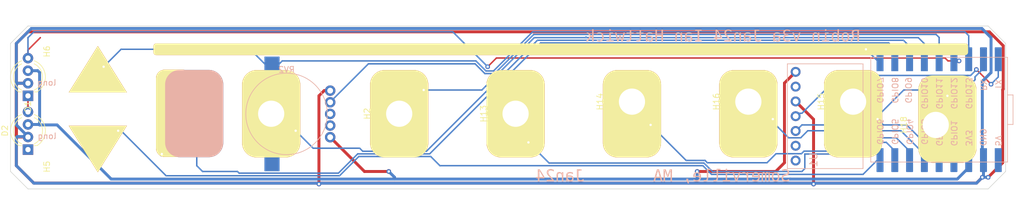
<source format=kicad_pcb>
(kicad_pcb (version 20240108) (generator "pcbnew") (generator_version "8.0")
  (layers (0 "F.Cu" signal) (31 "B.Cu" signal) (34 "B.Paste" user) (35 "F.Paste" user) (36 "B.SilkS" user "B.Silkscreen") (37 "F.SilkS" user "F.Silkscreen") (38 "B.Mask" user) (39 "F.Mask" user) (44 "Edge.Cuts" user))
  (net 0 "")
  (net 1 "/A1")
  (net 2 "+3.3V")
  (net 3 "GND")
  (net 4 "/A2")
  (net 5 "/A3")
  (net 6 "/A4")
  (net 7 "/A5")
  (net 8 "/A6")
  (net 9 "/A0")
  (net 10 "/A10")
  (net 11 "/D1")
  (net 12 "/A8")
  (net 13 "/SCL")
  (net 14 "/SDA")
  (net 15 "/A7")
  (net 16 "/A9")
  (net 17 "/D0")
  (net 18 "Net-(D1-DOUT)")
  (footprint "MountingHole:MountingHole_4.5mm" (layer "F.Cu") (at 195 100 90)
    (property "Reference" "H18" (at 0 -5.5 90) (layer "F.SilkS"))
    (property "Value" "MountingHole")
    (pad "" np_thru_hole circle (at 0 0 90) (size 4.5 4.5) (drill 4.5) (layers "F&B.Cu"))
  )
  (footprint "ih_kicad:recorder-touchpad" (layer "F.Cu") (at 122.793423 98.078 90)
    (property "Reference" "TP4" (hide yes))
    (property "Value" "TestPoint" (hide yes))
    (pad "1" smd roundrect (at 0 0 90) (size 15 10) (layers "F.Cu" "F.SilkS") (net 6 "/A4"))
  )
  (footprint "ih_kicad:recorder-touchpad-alt-up" (layer "F.Cu") (at 51 90.424)
    (property "Reference" "TP12" (hide yes))
    (property "Value" "TestPoint" (hide yes))
    (pad "1" smd trapezoid (at 0 0) (size 5 8) (rect_delta 0 5) (layers "F.Cu" "F.SilkS") (net 10 "/A10"))
  )
  (footprint "ih_kicad:recorder-touchpad" (layer "F.Cu") (at 80.793423 98.078 90)
    (property "Reference" "TP2" (hide yes))
    (property "Value" "TestPoint" (hide yes))
    (pad "1" smd roundrect (at 0 0 90) (size 15 10) (layers "F.Cu" "F.SilkS") (net 12 "/A8"))
  )
  (footprint "ih_kicad:recorder-touchpad-alt-up" (layer "F.Cu") (at 51 104.14 180)
    (property "Reference" "TP8" (hide yes))
    (property "Value" "TestPoint" (hide yes))
    (pad "1" smd trapezoid (at 0 0 180) (size 5 8) (rect_delta 0 5) (layers "F.Cu" "F.SilkS") (net 7 "/A5"))
  )
  (footprint "ih_kicad:recorder-touchpad" (layer "F.Cu") (at 142.793423 98.078 90)
    (property "Reference" "TP5" (hide yes))
    (property "Value" "TestPoint" (hide yes))
    (pad "1" smd roundrect (at 0 0 90) (size 15 10) (layers "F.Cu" "F.SilkS") (net 5 "/A3"))
  )
  (footprint "ih_kicad:recorder-touchpad-narrow" (layer "F.Cu") (at 64 98 90)
    (property "Reference" "TP11" (hide yes))
    (property "Value" "TestPoint" (hide yes))
    (pad "1" smd roundrect (at 0 0 90) (size 15 6) (layers "F.Cu" "F.SilkS") (net 15 "/A7"))
  )
  (footprint "MountingHole:MountingHole_4.5mm" (layer "F.Cu") (at 142.793423 96 90)
    (property "Reference" "H14" (at 0 -5.5 90) (layer "F.SilkS"))
    (property "Value" "MountingHole")
    (pad "" np_thru_hole circle (at 0 0 90) (size 4.5 4.5) (drill 4.5) (layers "F&B.Cu"))
  )
  (footprint "MountingHole:MountingHole_4.5mm" (layer "F.Cu") (at 122.793423 98.078 90)
    (property "Reference" "H13" (at 0 -5.5 90) (layer "F.SilkS"))
    (property "Value" "MountingHole")
    (pad "" np_thru_hole circle (at 0 0 90) (size 4.5 4.5) (drill 4.5) (layers "F&B.Cu"))
  )
  (footprint "MountingHole:MountingHole_4.5mm" (layer "F.Cu") (at 180.793423 96 90)
    (property "Reference" "H15" (at 0 -5.5 90) (layer "F.SilkS"))
    (property "Value" "MountingHole")
    (pad "" np_thru_hole circle (at 0 0 90) (size 4.5 4.5) (drill 4.5) (layers "F&B.Cu"))
  )
  (footprint "MountingHole:MountingHole_4.5mm" (layer "F.Cu") (at 162.793423 96 90)
    (property "Reference" "H16" (at 0 -5.5 90) (layer "F.SilkS"))
    (property "Value" "MountingHole")
    (pad "" np_thru_hole circle (at 0 0 90) (size 4.5 4.5) (drill 4.5) (layers "F&B.Cu"))
  )
  (footprint "ih_kicad:recorder-touchpad" (layer "F.Cu") (at 102.793423 98.078 90)
    (property "Reference" "TP3" (hide yes))
    (property "Value" "TestPoint" (hide yes))
    (pad "1" smd roundrect (at 0 0 90) (size 15 10) (layers "F.Cu" "F.SilkS") (net 16 "/A9"))
  )
  (footprint "MountingHole:MountingHole_3.2mm_M3_ISO14580" (layer "F.Cu") (at 46 107.188 90)
    (property "Reference" "H5" (at 0 -3.75 90) (layer "F.SilkS"))
    (property "Value" "MountingHole")
    (pad "" np_thru_hole circle (at 0 0 90) (size 3.2 3.2) (drill 3.2) (layers "*.Cu" "*.Mask"))
  )
  (footprint "LED_THT:LED_D5.0mm-4_RGB_Wide_Pins" (layer "F.Cu") (at 39 95 90)
    (property "Reference" "D1" (at -1.841 0 90) (layer "F.SilkS"))
    (property "Value" "WS2812B")
    (fp_line (start 0.6785 -1.545) (end 0.6785 -1.08) (stroke (width 0.12)) (layer "F.SilkS"))
    (fp_line (start 0.6785 1.08) (end 0.6785 1.545) (stroke (width 0.12)) (layer "F.SilkS"))
    (fp_arc (start 0.6785 -1.54483) (mid 3.496956 -2.978809) (end 6.026315 -1.080827) (stroke (width 0.12)) (layer "F.SilkS"))
    (fp_arc (start 0.983816 -1.08) (mid 3.238262 -2.5) (end 5.492979 -1.080429) (stroke (width 0.12)) (layer "F.SilkS"))
    (fp_arc (start 5.492979 1.080429) (mid 3.238262 2.5) (end 0.983816 1.08) (stroke (width 0.12)) (layer "F.SilkS"))
    (fp_arc (start 6.026315 1.080827) (mid 3.496956 2.978808) (end 0.6785 1.54483) (stroke (width 0.12)) (layer "F.SilkS"))
    (pad "1" thru_hole rect (at 0 0 90) (size 1.8 1.8) (drill 0.9) (layers "*.Cu" "*.Mask") (net 18 "Net-(D1-DOUT)"))
    (pad "2" thru_hole circle (at 2.159 0 90) (size 1.8 1.8) (drill 0.9) (layers "*.Cu" "*.Mask") (net 3 "GND"))
    (pad "3" thru_hole circle (at 4.318 0 90) (size 1.8 1.8) (drill 0.9) (layers "*.Cu" "*.Mask") (net 2 "+3.3V"))
    (pad "4" thru_hole circle (at 6.477 0 90) (size 1.8 1.8) (drill 0.9) (layers "*.Cu" "*.Mask") (net 11 "/D1"))
  )
  (footprint "ih_kicad:recorder-touchpad" (layer "F.Cu") (at 180.793423 98.078 90)
    (property "Reference" "TP7" (hide yes))
    (property "Value" "TestPoint" (hide yes))
    (pad "1" smd roundrect (at 0 0 90) (size 15 10) (layers "F.Cu" "F.SilkS") (net 1 "/A1"))
  )
  (footprint "LED_THT:LED_D5.0mm-4_RGB_Wide_Pins" (layer "F.Cu") (at 39 104.24 90)
    (property "Reference" "D2" (at 3.2385 -3.96 90) (layer "F.SilkS"))
    (property "Value" "WS2812B")
    (fp_line (start 0.6785 -1.545) (end 0.6785 -1.08) (stroke (width 0.12)) (layer "F.SilkS"))
    (fp_line (start 0.6785 1.08) (end 0.6785 1.545) (stroke (width 0.12)) (layer "F.SilkS"))
    (fp_arc (start 0.6785 -1.54483) (mid 3.496956 -2.978809) (end 6.026315 -1.080827) (stroke (width 0.12)) (layer "F.SilkS"))
    (fp_arc (start 0.983816 -1.08) (mid 3.238262 -2.5) (end 5.492979 -1.080429) (stroke (width 0.12)) (layer "F.SilkS"))
    (fp_arc (start 5.492979 1.080429) (mid 3.238262 2.5) (end 0.983816 1.08) (stroke (width 0.12)) (layer "F.SilkS"))
    (fp_arc (start 6.026315 1.080827) (mid 3.496956 2.978808) (end 0.6785 1.54483) (stroke (width 0.12)) (layer "F.SilkS"))
    (pad "1" thru_hole rect (at 0 0 90) (size 1.8 1.8) (drill 0.9) (layers "*.Cu" "*.Mask"))
    (pad "2" thru_hole circle (at 2.159 0 90) (size 1.8 1.8) (drill 0.9) (layers "*.Cu" "*.Mask") (net 3 "GND"))
    (pad "3" thru_hole circle (at 4.318 0 90) (size 1.8 1.8) (drill 0.9) (layers "*.Cu" "*.Mask") (net 2 "+3.3V"))
    (pad "4" thru_hole circle (at 6.477 0 90) (size 1.8 1.8) (drill 0.9) (layers "*.Cu" "*.Mask") (net 18 "Net-(D1-DOUT)"))
  )
  (footprint "MountingHole:MountingHole_4.5mm" (layer "F.Cu") (at 102.793423 98.078 90)
    (property "Reference" "H2" (at 0 -5.5 90) (layer "F.SilkS"))
    (property "Value" "MountingHole")
    (pad "" np_thru_hole circle (at 0 0 90) (size 4.5 4.5) (drill 4.5) (layers "F&B.Cu"))
  )
  (footprint "MountingHole:MountingHole_3.2mm_M3_ISO14580" (layer "F.Cu") (at 46 87.376 90)
    (property "Reference" "H6" (at 0 -3.75 90) (layer "F.SilkS"))
    (property "Value" "MountingHole")
    (pad "" np_thru_hole circle (at 0 0 90) (size 3.2 3.2) (drill 3.2) (layers "*.Cu" "*.Mask"))
  )
  (footprint "ih_kicad:recorder-touchpad" (layer "F.Cu") (at 197 99 90)
    (property "Reference" "TP10" (hide yes))
    (property "Value" "TestPoint" (hide yes))
    (pad "1" smd roundrect (at 0 0 90) (size 15 10) (layers "F.Cu" "F.SilkS") (net 9 "/A0"))
  )
  (footprint "ih_kicad:recorder-touchtrack_120mm" (layer "F.Cu") (at 130.556 87)
    (property "Reference" "TP9" (hide yes))
    (property "Value" "TestPoint" (hide yes))
    (pad "1" smd roundrect (at 0 0) (size 140 2) (layers "F.Cu" "F.SilkS") (net 8 "/A6"))
  )
  (footprint "MountingHole:MountingHole_4.5mm" (layer "F.Cu") (at 80.793423 98.078 180)
    (property "Reference" "H1" (at 0 -5.5 0) (layer "F.SilkS"))
    (property "Value" "MountingHole")
    (pad "" np_thru_hole circle (at 0 0 180) (size 4.5 4.5) (drill 4.5) (layers "F&B.Cu"))
  )
  (footprint "ih_kicad:recorder-touchpad" (layer "F.Cu") (at 162.793423 98.078 90)
    (property "Reference" "TP6" (hide yes))
    (property "Value" "TestPoint" (hide yes))
    (pad "1" smd roundrect (at 0 0 90) (size 15 10) (layers "F.Cu" "F.SilkS") (net 4 "/A2"))
  )
  (footprint "ih_kicad:LSM6DS3_Breakout_oneSide" (layer "B.Cu") (at 176 98.5 -90)
    (property "Reference" "U1" (at 7.5 2 90) (layer "B.SilkS") (effects (font (size 1.27 1.27)) (justify mirror)))
    (property "Value" "LSM6DS3_Breakout")
    (fp_line (start 9 6.5) (end -9 6.5) (stroke (width 0.12)) (layer "B.SilkS"))
    (fp_line (start -9 -6.5) (end -9 6.5) (stroke (width 0.12)) (layer "B.SilkS"))
    (fp_line (start 9 -6.5) (end 9 6.5) (stroke (width 0.12)) (layer "B.SilkS"))
    (fp_line (start 9 -6.5) (end -9 -6.5) (stroke (width 0.12)) (layer "B.SilkS"))
    (pad "1" thru_hole circle (at -7.62 5.08 270) (size 1.7 1.7) (drill 1) (layers "*.Cu" "*.Mask") (net 2 "+3.3V"))
    (pad "2" thru_hole circle (at -5.08 5.08 270) (size 1.7 1.7) (drill 1) (layers "*.Cu" "*.Mask"))
    (pad "3" thru_hole circle (at -2.54 5.08 270) (size 1.7 1.7) (drill 1) (layers "*.Cu" "*.Mask") (net 3 "GND"))
    (pad "4" thru_hole circle (at 0 5.08 270) (size 1.7 1.7) (drill 1) (layers "*.Cu" "*.Mask") (net 13 "/SCL"))
    (pad "5" thru_hole circle (at 2.54 5.08 270) (size 1.7 1.7) (drill 1) (layers "*.Cu" "*.Mask") (net 14 "/SDA"))
    (pad "6" thru_hole circle (at 5.08 5.08 270) (size 1.7 1.7) (drill 1) (layers "*.Cu" "*.Mask"))
    (pad "7" thru_hole circle (at 7.62 5.08 270) (size 1.7 1.7) (drill 1) (layers "*.Cu" "*.Mask"))
  )
  (footprint "ih_kicad:Wifiduino-ESP32S3-SMD" (layer "B.Cu") (at 195.58 97.38 90)
    (property "Reference" "U2" (hide yes))
    (property "Value" "~" (hide yes))
    (fp_line (start 9 -11.75) (end 9 11.75) (stroke (width 0.12)) (layer "B.SilkS"))
    (fp_line (start -9 -11.75) (end 9 -11.75) (stroke (width 0.12)) (layer "B.SilkS"))
    (fp_line (start 9 11.75) (end -9 11.75) (stroke (width 0.12)) (layer "B.SilkS"))
    (fp_line (start -2.54 11.75) (end -2.54 12.7) (stroke (width 0.12)) (layer "B.SilkS"))
    (fp_line (start -9 11.75) (end -9 -11.75) (stroke (width 0.12)) (layer "B.SilkS"))
    (fp_line (start 2.54 12.7) (end 2.54 11.75) (stroke (width 0.12)) (layer "B.SilkS"))
    (fp_line (start -2.54 12.7) (end 2.54 12.7) (stroke (width 0.12)) (layer "B.SilkS"))
    (fp_text user "GPIO1" (at -6.35 2.54 -90) (layer "B.SilkS") (effects (justify left mirror)))
    (fp_text user "GPIO11" (at 0 0 -90) (layer "B.SilkS") (effects (justify left mirror)))
    (fp_text user "3V3" (at -6.35 5.08 -90) (layer "B.SilkS") (effects (justify left mirror)))
    (fp_text user "GPIO8" (at 1 -7.62 -90) (layer "B.SilkS") (effects (justify left mirror)))
    (fp_text user "RX" (at 5.309999 7.62 -90) (layer "B.SilkS") (effects (justify right mirror)))
    (fp_text user "GPIO6" (at -6.120001 -10.16 -90) (layer "B.SilkS") (effects (justify left mirror)))
    (fp_text user "GPIO3" (at -6.120001 -2.54 -90) (layer "B.SilkS") (effects (justify left mirror)))
    (fp_text user "GPIO2" (at -6.35 0 -90) (layer "B.SilkS") (effects (justify left mirror)))
    (fp_text user "GPIO10" (at 0 -2.54 -90) (layer "B.SilkS") (effects (justify left mirror)))
    (fp_text user "TX" (at 5.309999 10.16 -90) (layer "B.SilkS") (effects (justify right mirror)))
    (fp_text user "GPIO5" (at -6.120001 -7.62 -90) (layer "B.SilkS") (effects (justify left mirror)))
    (fp_text user "GND" (at -6.35 7.62 90) (layer "B.SilkS") (effects (justify right mirror)))
    (fp_text user "GPIO13" (at 0 5.08 -90) (layer "B.SilkS") (effects (justify left mirror)))
    (fp_text user "5V" (at -6.35 10.16 -90) (layer "B.SilkS") (effects (justify left mirror)))
    (fp_text user "GPIO9" (at 1 -5.309999 -90) (layer "B.SilkS") (effects (justify left mirror)))
    (fp_text user "GPIO4" (at -6.120001 -5.08 -90) (layer "B.SilkS") (effects (justify left mirror)))
    (fp_text user "GPIO7" (at 1 -10.16 -90) (layer "B.SilkS") (effects (justify left mirror)))
    (fp_text user "GPIO12" (at 0 2.54 -90) (layer "B.SilkS") (effects (justify left mirror)))
    (pad "1" smd custom (at -7.62 10.16 180) (size 1.2 2) (layers "B.Cu" "B.Paste" "B.Mask") (options (clearance outline) (anchor rect)) (primitives (gr_poly (pts (xy -0.5 -3) (xy -0.5 0.5) (xy 0.5 0.5) (xy 0.5 -3)) (width 0.2) (fill yes))))
    (pad "2" smd custom (at -7.62 7.62 180) (size 1.2 2) (layers "B.Cu" "B.Paste" "B.Mask") (net 3 "GND") (options (clearance outline) (anchor rect)) (primitives (gr_poly (pts (xy -0.5 -3) (xy -0.5 0.5) (xy 0.5 0.5) (xy 0.5 -3)) (width 0.2) (fill yes))))
    (pad "3" smd custom (at -7.62 5.08 180) (size 1.2 2) (layers "B.Cu" "B.Paste" "B.Mask") (net 2 "+3.3V") (options (clearance outline) (anchor rect)) (primitives (gr_poly (pts (xy -0.5 -3) (xy -0.5 0.5) (xy 0.5 0.5) (xy 0.5 -3)) (width 0.2) (fill yes))))
    (pad "4" smd custom (at -7.62 2.54 180) (size 1.2 2) (layers "B.Cu" "B.Paste" "B.Mask") (net 9 "/A0") (options (clearance outline) (anchor rect)) (primitives (gr_poly (pts (xy -0.5 -3) (xy -0.5 0.5) (xy 0.5 0.5) (xy 0.5 -3)) (width 0.2) (fill yes))))
    (pad "5" smd custom (at -7.62 0 180) (size 1.2 2) (layers "B.Cu" "B.Paste" "B.Mask") (net 1 "/A1") (options (clearance outline) (anchor rect)) (primitives (gr_poly (pts (xy -0.5 -3) (xy -0.5 0.5) (xy 0.5 0.5) (xy 0.5 -3)) (width 0.2) (fill yes))))
    (pad "6" smd custom (at -7.62 -2.54 180) (size 1.2 2) (layers "B.Cu" "B.Paste" "B.Mask") (net 4 "/A2") (options (clearance outline) (anchor rect)) (primitives (gr_poly (pts (xy -0.5 -3) (xy -0.5 0.5) (xy 0.5 0.5) (xy 0.5 -3)) (width 0.2) (fill yes))))
    (pad "7" smd custom (at -7.62 -5.08 180) (size 1.2 2) (layers "B.Cu" "B.Paste" "B.Mask") (net 5 "/A3") (options (clearance outline) (anchor rect)) (primitives (gr_poly (pts (xy -0.5 -3) (xy -0.5 0.5) (xy 0.5 0.5) (xy 0.5 -3)) (width 0.2) (fill yes))))
    (pad "8" smd custom (at -7.62 -7.62 180) (size 1.2 2) (layers "B.Cu" "B.Paste" "B.Mask") (net 6 "/A4") (options (clearance outline) (anchor rect)) (primitives (gr_poly (pts (xy -0.5 -3) (xy -0.5 0.5) (xy 0.5 0.5) (xy 0.5 -3)) (width 0.2) (fill yes))))
    (pad "9" smd custom (at -7.62 -10.16 180) (size 1.2 2) (layers "B.Cu" "B.Paste" "B.Mask") (net 7 "/A5") (options (clearance outline) (anchor rect)) (primitives (gr_poly (pts (xy -0.5 -3) (xy -0.5 0.5) (xy 0.5 0.5) (xy 0.5 -3)) (width 0.2) (fill yes))))
    (pad "10" smd custom (at 7.62 -10.16) (size 1.2 2) (layers "B.Cu" "B.Paste" "B.Mask") (net 8 "/A6") (options (clearance outline) (anchor rect)) (primitives (gr_poly (pts (xy -0.5 -3) (xy -0.5 0.5) (xy 0.5 0.5) (xy 0.5 -3)) (width 0.2) (fill yes))))
    (pad "11" smd custom (at 7.62 -7.62) (size 1.2 2) (layers "B.Cu" "B.Paste" "B.Mask") (net 15 "/A7") (options (clearance outline) (anchor rect)) (primitives (gr_poly (pts (xy -0.5 -3) (xy -0.5 0.5) (xy 0.5 0.5) (xy 0.5 -3)) (width 0.2) (fill yes))))
    (pad "12" smd custom (at 7.62 -5.08) (size 1.2 2) (layers "B.Cu" "B.Paste" "B.Mask") (net 12 "/A8") (options (clearance outline) (anchor rect)) (primitives (gr_poly (pts (xy -0.5 -3) (xy -0.5 0.5) (xy 0.5 0.5) (xy 0.5 -3)) (width 0.2) (fill yes))))
    (pad "13" smd custom (at 7.62 -2.54) (size 1.2 2) (layers "B.Cu" "B.Paste" "B.Mask") (net 16 "/A9") (options (clearance outline) (anchor rect)) (primitives (gr_poly (pts (xy -0.5 -3) (xy -0.5 0.5) (xy 0.5 0.5) (xy 0.5 -3)) (width 0.2) (fill yes))))
    (pad "14" smd custom (at 7.62 0) (size 1.2 2) (layers "B.Cu" "B.Paste" "B.Mask") (net 17 "/D0") (options (clearance outline) (anchor rect)) (primitives (gr_poly (pts (xy -0.5 -3) (xy -0.5 0.5) (xy 0.5 0.5) (xy 0.5 -3)) (width 0.2) (fill yes))))
    (pad "15" smd custom (at 7.62 2.54) (size 1.2 2) (layers "B.Cu" "B.Paste" "B.Mask") (net 11 "/D1") (options (clearance outline) (anchor rect)) (primitives (gr_poly (pts (xy -0.5 -3) (xy -0.5 0.5) (xy 0.5 0.5) (xy 0.5 -3)) (width 0.2) (fill yes))))
    (pad "16" smd custom (at 7.62 5.08) (size 1.2 2) (layers "B.Cu" "B.Paste" "B.Mask") (net 10 "/A10") (options (clearance outline) (anchor rect)) (primitives (gr_poly (pts (xy -0.5 -3) (xy -0.5 0.5) (xy 0.5 0.5) (xy 0.5 -3)) (width 0.2) (fill yes))))
    (pad "17" smd custom (at 7.62 7.62) (size 1.2 2) (layers "B.Cu" "B.Paste" "B.Mask") (net 14 "/SDA") (options (clearance outline) (anchor rect)) (primitives (gr_poly (pts (xy -0.5 -3) (xy -0.5 0.5) (xy 0.5 0.5) (xy 0.5 -3)) (width 0.2) (fill yes))))
    (pad "18" smd custom (at 7.62 10.16) (size 1.2 2) (layers "B.Cu" "B.Paste" "B.Mask") (net 13 "/SCL") (options (clearance outline) (anchor rect)) (primitives (gr_poly (pts (xy -0.5 -3) (xy -0.5 0.5) (xy 0.5 0.5) (xy 0.5 -3)) (width 0.2) (fill yes))))
  )
  (footprint "ih_kicad:potentiometer_wheel_10mm_SMD-shield" (layer "B.Cu") (at 83.432 98.108 180)
    (property "Reference" "RV2" (at 0 7.62 0) (layer "B.SilkS") (effects (justify mirror)))
    (property "Value" "R_Potentiometer_Dual")
    (fp_circle (center 0 0) (end 7 0) (stroke (width 0.12)) (fill none) (layer "B.SilkS"))
    (pad "1" thru_hole circle (at -7.5 -4 180) (size 1.8 1.8) (drill 1) (layers "*.Cu" "*.Mask") (net 2 "+3.3V"))
    (pad "2" thru_hole circle (at -7.5 -2 180) (size 1.8 1.8) (drill 1) (layers "*.Cu" "*.Mask"))
    (pad "3" thru_hole circle (at -7.5 0 180) (size 1.8 1.8) (drill 1) (layers "*.Cu" "*.Mask"))
    (pad "4" thru_hole circle (at -7.5 2 180) (size 1.8 1.8) (drill 1) (layers "*.Cu" "*.Mask") (net 17 "/D0"))
    (pad "5" thru_hole circle (at -7.5 4 180) (size 1.8 1.8) (drill 1) (layers "*.Cu" "*.Mask") (net 3 "GND"))
    (pad "6" smd rect (at 2.5 -7.35 180) (size 2.6 5) (layers "B.Cu" "B.Paste" "B.Mask") (net 10 "/A10"))
    (pad "6" smd rect (at 2.5 7.35 180) (size 2.6 5) (layers "B.Cu" "B.Paste" "B.Mask") (net 10 "/A10"))
  )
  (footprint "ih_kicad:recorder-touchpad" (layer "B.Cu") (at 67.564 98.044 -90)
    (property "Reference" "TP1" (hide yes))
    (property "Value" "TestPoint" (hide yes))
    (pad "1" smd roundrect (at 0 0 270) (size 15 10) (layers "B.Cu" "B.SilkS") (net 15 "/A7"))
  )
  (gr_line (start 204 111) (end 207 108) (stroke (width 0.1)) (layer "Edge.Cuts"))
  (gr_line (start 39 83) (end 36 86) (stroke (width 0.1)) (layer "Edge.Cuts"))
  (gr_line (start 36 108) (end 39 111) (stroke (width 0.1)) (layer "Edge.Cuts"))
  (gr_line (start 207 86) (end 204 83) (stroke (width 0.1)) (layer "Edge.Cuts"))
  (gr_line (start 36 86) (end 36 108) (stroke (width 0.1)) (layer "Edge.Cuts"))
  (gr_line (start 204 83) (end 39 83) (stroke (width 0.1)) (layer "Edge.Cuts"))
  (gr_line (start 207 108) (end 207 86) (stroke (width 0.1)) (layer "Edge.Cuts"))
  (gr_line (start 39 111) (end 204 111) (stroke (width 0.1)) (layer "Edge.Cuts"))
  (gr_text "Somerville, MA       Jan24" (at 170 110 0) (layer "B.SilkS") (effects (font (size 2 2)) (justify left bottom mirror)))
  (gr_text "long" (at 44.012086 102.499816 0) (layer "B.SilkS") (effects (font (size 1 1)) (justify left bottom mirror)))
  (gr_text "Robin v3a Jan24 Ian Hattwick" (at 182 86 0) (layer "B.SilkS") (effects (font (size 2 2)) (justify left bottom mirror)))
  (gr_text "long" (at 43.967741 93.320496 0) (layer "B.SilkS") (effects (font (size 1 1)) (justify left bottom mirror)))
  (segment (start 185 99) (end 184.625 98.625) (width 0.25) (layer "F.Cu") (net 1))
  (segment (start 184.625 98.625) (end 180.793423 98.625) (width 0.25) (layer "F.Cu") (net 1))
  (via (at 185 99) (size 0.8) (drill 0.4) (layers "F.Cu" "B.Cu") (net 1))
  (segment (start 196 104) (end 195 103) (width 0.25) (layer "B.Cu") (net 1))
  (segment (start 191 101) (end 190 100) (width 0.25) (layer "B.Cu") (net 1))
  (segment (start 195.58 105) (end 196 104.58) (width 0.25) (layer "B.Cu") (net 1))
  (segment (start 194 103) (end 193 103) (width 0.25) (layer "B.Cu") (net 1))
  (segment (start 193 103) (end 191 101) (width 0.25) (layer "B.Cu") (net 1))
  (segment (start 186 100) (end 185 99) (width 0.25) (layer "B.Cu") (net 1))
  (segment (start 196 104.58) (end 196 104) (width 0.25) (layer "B.Cu") (net 1))
  (segment (start 195 103) (end 194 103) (width 0.25) (layer "B.Cu") (net 1))
  (segment (start 190 100) (end 186 100) (width 0.25) (layer "B.Cu") (net 1))
  (segment (start 169 106.5) (end 167.5 108) (width 0.5) (layer "F.Cu") (net 2))
  (segment (start 169 92.8) (end 169 106.5) (width 0.5) (layer "F.Cu") (net 2))
  (segment (start 170.92 90.88) (end 169 92.8) (width 0.5) (layer "F.Cu") (net 2))
  (segment (start 90.932 102.108) (end 96.824 108) (width 0.5) (layer "F.Cu") (net 2))
  (segment (start 167.5 108) (end 154 108) (width 0.5) (layer "F.Cu") (net 2))
  (segment (start 96.824 108) (end 101 108) (width 0.5) (layer "F.Cu") (net 2))
  (via (at 101 108) (size 0.8) (drill 0.4) (layers "F.Cu" "B.Cu") (net 2))
  (via (at 154 108) (size 0.8) (drill 0.4) (layers "F.Cu" "B.Cu") (net 2))
  (segment (start 154 108) (end 154 109.308) (width 0.5) (layer "B.Cu") (net 2))
  (segment (start 102 109.308) (end 154 109.308) (width 0.5) (layer "B.Cu") (net 2))
  (segment (start 53.308 109.308) (end 102 109.308) (width 0.5) (layer "B.Cu") (net 2))
  (segment (start 41 100) (end 44 100) (width 0.5) (layer "B.Cu") (net 2))
  (segment (start 39 99.922) (end 40.922 99.922) (width 0.5) (layer "B.Cu") (net 2))
  (segment (start 198.692 109.308) (end 200.66 107.34) (width 0.5) (layer "B.Cu") (net 2))
  (segment (start 170 109.308) (end 198.692 109.308) (width 0.5) (layer "B.Cu") (net 2))
  (segment (start 39 90.682) (end 40.682 90.682) (width 0.5) (layer "B.Cu") (net 2))
  (segment (start 44 100) (end 53.308 109.308) (width 0.5) (layer "B.Cu") (net 2))
  (segment (start 101 108) (end 102 109) (width 0.5) (layer "B.Cu") (net 2))
  (segment (start 40.682 90.682) (end 41 91) (width 0.5) (layer "B.Cu") (net 2))
  (segment (start 40.922 99.922) (end 41 100) (width 0.5) (layer "B.Cu") (net 2))
  (segment (start 200.66 107.34) (end 200.66 105) (width 0.5) (layer "B.Cu") (net 2))
  (segment (start 154 109.308) (end 170 109.308) (width 0.5) (layer "B.Cu") (net 2))
  (segment (start 41 91) (end 41 100) (width 0.5) (layer "B.Cu") (net 2))
  (segment (start 102 109) (end 102 109.308) (width 0.5) (layer "B.Cu") (net 2))
  (segment (start 89 95) (end 89 110.1575) (width 0.5) (layer "F.Cu") (net 3))
  (segment (start 203 109) (end 202 110) (width 0.5) (layer "F.Cu") (net 3))
  (segment (start 37 107) (end 37 102) (width 0.5) (layer "F.Cu") (net 3))
  (segment (start 37.081 102.081) (end 37 102) (width 0.5) (layer "F.Cu") (net 3))
  (segment (start 206.5 106.5) (end 204 109) (width 0.5) (layer "F.Cu") (net 3))
  (segment (start 89.892 94.108) (end 89 95) (width 0.5) (layer "F.Cu") (net 3))
  (segment (start 40 110) (end 37 107) (width 0.5) (layer "F.Cu") (net 3))
  (segment (start 37 102) (end 37 86) (width 0.5) (layer "F.Cu") (net 3))
  (segment (start 174 99.04) (end 174 110.158) (width 0.5) (layer "F.Cu") (net 3))
  (segment (start 206.59 86.387918) (end 206.59 93.852082) (width 0.5) (layer "F.Cu") (net 3))
  (segment (start 39 84) (end 204.202082 84) (width 0.5) (layer "F.Cu") (net 3))
  (segment (start 204.202082 84) (end 206.59 86.387918) (width 0.5) (layer "F.Cu") (net 3))
  (segment (start 168.5 110) (end 40 110) (width 0.5) (layer "F.Cu") (net 3))
  (segment (start 206.59 93.852082) (end 206.5 93.942082) (width 0.5) (layer "F.Cu") (net 3))
  (segment (start 37 93) (end 37 102) (width 0.5) (layer "F.Cu") (net 3))
  (segment (start 170.92 95.96) (end 174 99.04) (width 0.5) (layer "F.Cu") (net 3))
  (segment (start 90.932 94.108) (end 89.892 94.108) (width 0.5) (layer "F.Cu") (net 3))
  (segment (start 39 92.841) (end 37.159 92.841) (width 0.5) (layer "F.Cu") (net 3))
  (segment (start 202 110) (end 168.5 110) (width 0.5) (layer "F.Cu") (net 3))
  (segment (start 37.159 92.841) (end 37 93) (width 0.5) (layer "F.Cu") (net 3))
  (segment (start 37 86) (end 39 84) (width 0.5) (layer "F.Cu") (net 3))
  (segment (start 206.5 93.942082) (end 206.5 106.5) (width 0.5) (layer "F.Cu") (net 3))
  (segment (start 39 102.081) (end 37.081 102.081) (width 0.5) (layer "F.Cu") (net 3))
  (via (at 174 110.158) (size 0.8) (drill 0.4) (layers "F.Cu" "B.Cu") (net 3))
  (via (at 204 109) (size 0.8) (drill 0.4) (layers "F.Cu" "B.Cu") (net 3))
  (via (at 203 109) (size 0.8) (drill 0.4) (layers "F.Cu" "B.Cu") (net 3))
  (via (at 89 110.1575) (size 0.8) (drill 0.4) (layers "F.Cu" "B.Cu") (net 3))
  (segment (start 39 102) (end 37.162 102) (width 0.5) (layer "B.Cu") (net 3))
  (segment (start 37.162 102) (end 37 102.162) (width 0.5) (layer "B.Cu") (net 3))
  (segment (start 203 92.5) (end 203 106) (width 0.5) (layer "B.Cu") (net 3))
  (segment (start 203.2 108.8) (end 203 109) (width 0.5) (layer "B.Cu") (net 3))
  (segment (start 37 102.162) (end 37 107) (width 0.5) (layer "B.Cu") (net 3))
  (segment (start 37 107) (end 40.008 110.008) (width 0.5) (layer "B.Cu") (net 3))
  (segment (start 37 86) (end 39.575 83.425) (width 0.5) (layer "B.Cu") (net 3))
  (segment (start 37 92.841) (end 37 100) (width 0.5) (layer "B.Cu") (net 3))
  (segment (start 40.008 110.008) (end 201.992 110.008) (width 0.5) (layer "B.Cu") (net 3))
  (segment (start 37 100) (end 39 102) (width 0.5) (layer "B.Cu") (net 3))
  (segment (start 39.575 83.425) (end 202.925 83.425) (width 0.5) (layer "B.Cu") (net 3))
  (segment (start 201.992 110.008) (end 203 109) (width 0.5) (layer "B.Cu") (net 3))
  (segment (start 204 109) (end 203 109) (width 0.5) (layer "B.Cu") (net 3))
  (segment (start 202.925 83.425) (end 204.5 85) (width 0.5) (layer "B.Cu") (net 3))
  (segment (start 39 92.841) (end 37 92.841) (width 0.5) (layer "B.Cu") (net 3))
  (segment (start 204.5 85) (end 204.5 91) (width 0.5) (layer "B.Cu") (net 3))
  (segment (start 37 92.841) (end 37 86) (width 0.5) (layer "B.Cu") (net 3))
  (segment (start 203.2 105) (end 203.2 108.8) (width 0.5) (layer "B.Cu") (net 3))
  (segment (start 204.5 91) (end 203 92.5) (width 0.5) (layer "B.Cu") (net 3))
  (via (at 167 99) (size 0.8) (drill 0.4) (layers "F.Cu" "B.Cu") (net 4))
  (segment (start 189 101) (end 193 105) (width 0.25) (layer "B.Cu") (net 4))
  (segment (start 173 101) (end 189 101) (width 0.25) (layer "B.Cu") (net 4))
  (segment (start 193 105) (end 193.04 105) (width 0.25) (layer "B.Cu") (net 4))
  (segment (start 167 99) (end 167 99.5) (width 0.25) (layer "B.Cu") (net 4))
  (segment (start 169.715 102.215) (end 171.785 102.215) (width 0.25) (layer "B.Cu") (net 4))
  (segment (start 171.785 102.215) (end 173 101) (width 0.25) (layer "B.Cu") (net 4))
  (segment (start 167 99.5) (end 169.715 102.215) (width 0.25) (layer "B.Cu") (net 4))
  (segment (start 144.625 98.625) (end 142.793423 98.625) (width 0.25) (layer "F.Cu") (net 5))
  (segment (start 146 100) (end 144.625 98.625) (width 0.25) (layer "F.Cu") (net 5))
  (via (at 146 100) (size 0.8) (drill 0.4) (layers "F.Cu" "B.Cu") (net 5))
  (segment (start 171.918604 104.945) (end 172.363604 104.5) (width 0.25) (layer "B.Cu") (net 5))
  (segment (start 190.5 104.5) (end 190.5 105) (width 0.25) (layer "B.Cu") (net 5))
  (segment (start 188.215 102.215) (end 190.5 104.5) (width 0.25) (layer "B.Cu") (net 5))
  (segment (start 152.1 106.1) (end 155.347792 106.1) (width 0.25) (layer "B.Cu") (net 5))
  (segment (start 155.747792 106.5) (end 166 106.5) (width 0.25) (layer "B.Cu") (net 5))
  (segment (start 182 104.5) (end 184.285 102.215) (width 0.25) (layer "B.Cu") (net 5))
  (segment (start 184.285 102.215) (end 188.215 102.215) (width 0.25) (layer "B.Cu") (net 5))
  (segment (start 167.555 104.945) (end 171.918604 104.945) (width 0.25) (layer "B.Cu") (net 5))
  (segment (start 172.363604 104.5) (end 182 104.5) (width 0.25) (layer "B.Cu") (net 5))
  (segment (start 155.347792 106.1) (end 155.747792 106.5) (width 0.25) (layer "B.Cu") (net 5))
  (segment (start 166 106.5) (end 167.555 104.945) (width 0.25) (layer "B.Cu") (net 5))
  (segment (start 146 100) (end 152.1 106.1) (width 0.25) (layer "B.Cu") (net 5))
  (segment (start 125 103) (end 125 100.284577) (width 0.25) (layer "F.Cu") (net 6))
  (segment (start 125 100.284577) (end 124.649578 99.934155) (width 0.25) (layer "F.Cu") (net 6))
  (via (at 125 103) (size 0.8) (drill 0.4) (layers "F.Cu" "B.Cu") (net 6))
  (segment (start 156.95 108.05) (end 156.661396 108.05) (width 0.25) (layer "B.Cu") (net 6))
  (segment (start 187.96 104.46) (end 186.5 103) (width 0.25) (layer "B.Cu") (net 6))
  (segment (start 156.661396 108.05) (end 155.611396 107) (width 0.25) (layer "B.Cu") (net 6))
  (segment (start 172.5 107.5) (end 172 108) (width 0.25) (layer "B.Cu") (net 6))
  (segment (start 155.611396 107) (end 155.161396 106.55) (width 0.25) (layer "B.Cu") (net 6))
  (segment (start 157 108) (end 156.95 108.05) (width 0.25) (layer "B.Cu") (net 6))
  (segment (start 155.161396 106.55) (end 128.55 106.55) (width 0.25) (layer "B.Cu") (net 6))
  (segment (start 172 108) (end 157 108) (width 0.25) (layer "B.Cu") (net 6))
  (segment (start 128.55 106.55) (end 125 103) (width 0.25) (layer "B.Cu") (net 6))
  (segment (start 172.5 105) (end 172.5 107.5) (width 0.25) (layer "B.Cu") (net 6))
  (segment (start 187.96 105) (end 187.96 104.46) (width 0.25) (layer "B.Cu") (net 6))
  (segment (start 186.5 103) (end 184.5 103) (width 0.25) (layer "B.Cu") (net 6))
  (segment (start 182.5 105) (end 172.5 105) (width 0.25) (layer "B.Cu") (net 6))
  (segment (start 184.5 103) (end 182.5 105) (width 0.25) (layer "B.Cu") (net 6))
  (segment (start 51.36 104.14) (end 51 104.14) (width 0.25) (layer "F.Cu") (net 7))
  (segment (start 54.5 101) (end 51.36 104.14) (width 0.25) (layer "F.Cu") (net 7))
  (via (at 54.5 101) (size 0.8) (drill 0.4) (layers "F.Cu" "B.Cu") (net 7))
  (segment (start 156.475 108.5) (end 182.5 108.5) (width 0.25) (layer "B.Cu") (net 7))
  (segment (start 62.733 108.733) (end 92.539792 108.733) (width 0.25) (layer "B.Cu") (net 7))
  (segment (start 95.846792 105.426) (end 108.210396 105.426) (width 0.25) (layer "B.Cu") (net 7))
  (segment (start 185.42 105.58) (end 185.42 105) (width 0.25) (layer "B.Cu") (net 7))
  (segment (start 182.5 108.5) (end 185.42 105.58) (width 0.25) (layer "B.Cu") (net 7))
  (segment (start 92.539792 108.733) (end 95.846792 105.426) (width 0.25) (layer "B.Cu") (net 7))
  (segment (start 108.210396 105.426) (end 109.784396 107) (width 0.25) (layer "B.Cu") (net 7))
  (segment (start 55 101) (end 62.733 108.733) (width 0.25) (layer "B.Cu") (net 7))
  (segment (start 54.5 101) (end 55 101) (width 0.25) (layer "B.Cu") (net 7))
  (segment (start 154.975 107) (end 156.475 108.5) (width 0.25) (layer "B.Cu") (net 7))
  (segment (start 109.784396 107) (end 154.975 107) (width 0.25) (layer "B.Cu") (net 7))
  (segment (start 183 87) (end 181 87) (width 0.25) (layer "F.Cu") (net 8))
  (via (at 183 87) (size 0.8) (drill 0.4) (layers "F.Cu" "B.Cu") (net 8))
  (segment (start 185.42 89.76) (end 185.42 89.42) (width 0.25) (layer "B.Cu") (net 8))
  (segment (start 185.42 89.42) (end 183 87) (width 0.25) (layer "B.Cu") (net 8))
  (segment (start 197.625 95.625) (end 197.625 101) (width 0.25) (layer "F.Cu") (net 9))
  (segment (start 197 95) (end 197.625 95.625) (width 0.25) (layer "F.Cu") (net 9))
  (via (at 197 95) (size 0.8) (drill 0.4) (layers "F.Cu" "B.Cu") (net 9))
  (segment (start 198.12 96.12) (end 198.12 105) (width 0.25) (layer "B.Cu") (net 9))
  (segment (start 197 95) (end 198.12 96.12) (width 0.25) (layer "B.Cu") (net 9))
  (segment (start 52 90) (end 51.424 90) (width 0.25) (layer "F.Cu") (net 10))
  (segment (start 51.424 90) (end 51 90.424) (width 0.25) (layer "F.Cu") (net 10))
  (via (at 52 90) (size 0.8) (drill 0.4) (layers "F.Cu" "B.Cu") (net 10))
  (segment (start 119.002208 90.725) (end 117.699695 90.725) (width 0.25) (layer "B.Cu") (net 10))
  (segment (start 200 84) (end 125.727208 84) (width 0.25) (layer "B.Cu") (net 10))
  (segment (start 77.174 87) (end 55 87) (width 0.25) (layer "B.Cu") (net 10))
  (segment (start 125.727208 84) (end 119.002208 90.725) (width 0.25) (layer "B.Cu") (net 10))
  (segment (start 82.69 89) (end 80.932 90.758) (width 0.25) (layer "B.Cu") (net 10))
  (segment (start 200.66 84.66) (end 200 84) (width 0.25) (layer "B.Cu") (net 10))
  (segment (start 80.932 90.758) (end 77.174 87) (width 0.25) (layer "B.Cu") (net 10))
  (segment (start 200.66 89.76) (end 200.66 84.66) (width 0.25) (layer "B.Cu") (net 10))
  (segment (start 115.974695 89) (end 82.69 89) (width 0.25) (layer "B.Cu") (net 10))
  (segment (start 55 87) (end 52 90) (width 0.25) (layer "B.Cu") (net 10))
  (segment (start 117.699695 90.725) (end 115.974695 89) (width 0.25) (layer "B.Cu") (net 10))
  (segment (start 41.125 85) (end 39 87.125) (width 0.25) (layer "F.Cu") (net 11))
  (segment (start 197.1 89) (end 196.6 88.5) (width 0.25) (layer "F.Cu") (net 11))
  (segment (start 39 87.125) (end 39 88.523) (width 0.25) (layer "F.Cu") (net 11))
  (segment (start 199 89) (end 197.1 89) (width 0.25) (layer "F.Cu") (net 11))
  (segment (start 196.6 88.5) (end 119.5 88.5) (width 0.25) (layer "F.Cu") (net 11))
  (segment (start 119.5 88.5) (end 118 90) (width 0.25) (layer "F.Cu") (net 11))
  (via (at 199 89) (size 0.8) (drill 0.4) (layers "F.Cu" "B.Cu") (net 11))
  (via (at 118 90) (size 0.8) (drill 0.4) (layers "F.Cu" "B.Cu") (net 11))
  (segment (start 40 84) (end 112 84) (width 0.25) (layer "B.Cu") (net 11))
  (segment (start 39 85) (end 40 84) (width 0.25) (layer "B.Cu") (net 11))
  (segment (start 112 84) (end 118 90) (width 0.25) (layer "B.Cu") (net 11))
  (segment (start 39 88.523) (end 39 85) (width 0.25) (layer "B.Cu") (net 11))
  (segment (start 83.715423 101) (end 82.649578 99.934155) (width 0.25) (layer "F.Cu") (net 12))
  (segment (start 85 101) (end 83.715423 101) (width 0.25) (layer "F.Cu") (net 12))
  (via (at 85 101) (size 0.8) (drill 0.4) (layers "F.Cu" "B.Cu") (net 12))
  (segment (start 190.5 86.5) (end 189.45 85.45) (width 0.25) (layer "B.Cu") (net 12))
  (segment (start 107.474 104.526) (end 96.526 104.526) (width 0.25) (layer "B.Cu") (net 12))
  (segment (start 96 104) (end 88 104) (width 0.25) (layer "B.Cu") (net 12))
  (segment (start 190.5 89.76) (end 190.5 86.5) (width 0.25) (layer "B.Cu") (net 12))
  (segment (start 126.55 85.45) (end 107.474 104.526) (width 0.25) (layer "B.Cu") (net 12))
  (segment (start 96.526 104.526) (end 96 104) (width 0.25) (layer "B.Cu") (net 12))
  (segment (start 189.45 85.45) (end 126.55 85.45) (width 0.25) (layer "B.Cu") (net 12))
  (segment (start 88 104) (end 85 101) (width 0.25) (layer "B.Cu") (net 12))
  (segment (start 201.979847 90.479847) (end 201.974847 90.479847) (width 0.25) (layer "F.Cu") (net 13))
  (segment (start 204.5 93) (end 201.979847 90.479847) (width 0.25) (layer "F.Cu") (net 13))
  (via (at 201.974847 90.479847) (size 0.8) (drill 0.4) (layers "F.Cu" "B.Cu") (net 13))
  (via (at 204.5 93) (size 0.8) (drill 0.4) (layers "F.Cu" "B.Cu") (net 13))
  (segment (start 204.5 93) (end 205.74 91.76) (width 0.25) (layer "B.Cu") (net 13))
  (segment (start 205.74 91.76) (end 205.74 89.76) (width 0.25) (layer "B.Cu") (net 13))
  (segment (start 171.5 98) (end 171 98.5) (width 0.25) (layer "B.Cu") (net 13))
  (segment (start 201.974847 90.511845) (end 200.986692 91.5) (width 0.25) (layer "B.Cu") (net 13))
  (segment (start 171 98.5) (end 170.5 98.5) (width 0.25) (layer "B.Cu") (net 13))
  (segment (start 200.986692 91.5) (end 200.5 91.5) (width 0.25) (layer "B.Cu") (net 13))
  (segment (start 201.974847 90.479847) (end 201.974847 90.511845) (width 0.25) (layer "B.Cu") (net 13))
  (segment (start 200.5 91.5) (end 178.5 91.5) (width 0.25) (layer "B.Cu") (net 13))
  (segment (start 178.5 91.5) (end 172 98) (width 0.25) (layer "B.Cu") (net 13))
  (segment (start 172 98) (end 171.5 98) (width 0.25) (layer "B.Cu") (net 13))
  (segment (start 197 94) (end 189.5 94) (width 0.25) (layer "B.Cu") (net 14))
  (segment (start 203.2 90.28) (end 201.75 91.73) (width 0.25) (layer "B.Cu") (net 14))
  (segment (start 199.98 94) (end 195.5 94) (width 0.25) (layer "B.Cu") (net 14))
  (segment (start 201.75 92.23) (end 200.308198 93.671802) (width 0.25) (layer "B.Cu") (net 14))
  (segment (start 189.5 94) (end 185.5 98) (width 0.25) (layer "B.Cu") (net 14))
  (segment (start 201.75 91.73) (end 201.75 92.23) (width 0.25) (layer "B.Cu") (net 14))
  (segment (start 182.5 100) (end 174.5 100) (width 0.25) (layer "B.Cu") (net 14))
  (segment (start 185.5 98) (end 184.5 98) (width 0.25) (layer "B.Cu") (net 14))
  (segment (start 203.2 89.76) (end 203.2 90.28) (width 0.25) (layer "B.Cu") (net 14))
  (segment (start 172 100) (end 171 101) (width 0.25) (layer "B.Cu") (net 14))
  (segment (start 200.308198 93.671802) (end 199.98 94) (width 0.25) (layer "B.Cu") (net 14))
  (segment (start 174.5 100) (end 172 100) (width 0.25) (layer "B.Cu") (net 14))
  (segment (start 184.5 98) (end 182.5 100) (width 0.25) (layer "B.Cu") (net 14))
  (segment (start 195.5 94) (end 197 94) (width 0.25) (layer "B.Cu") (net 14))
  (segment (start 62.793423 104.206577) (end 62 105) (width 0.25) (layer "F.Cu") (net 15))
  (segment (start 62.793423 98) (end 62.793423 104.206577) (width 0.25) (layer "F.Cu") (net 15))
  (via (at 62 105) (size 0.8) (drill 0.4) (layers "F.Cu" "B.Cu") (net 15))
  (segment (start 95.660396 104.976) (end 108.024 104.976) (width 0.25) (layer "B.Cu") (net 15))
  (segment (start 68 98.48) (end 67.564 98.044) (width 0.25) (layer "B.Cu") (net 15))
  (segment (start 75 108) (end 75.283 108.283) (width 0.25) (layer "B.Cu") (net 15))
  (segment (start 108.024 104.976) (end 127.1 85.9) (width 0.25) (layer "B.Cu") (net 15))
  (segment (start 75.283 108.283) (end 92.353396 108.283) (width 0.25) (layer "B.Cu") (net 15))
  (segment (start 68 105) (end 68 107) (width 0.25) (layer "B.Cu") (net 15))
  (segment (start 68 107) (end 68 98.48) (width 0.25) (layer "B.Cu") (net 15))
  (segment (start 92.353396 108.283) (end 95.660396 104.976) (width 0.25) (layer "B.Cu") (net 15))
  (segment (start 187.96 86.96) (end 187.96 89.76) (width 0.25) (layer "B.Cu") (net 15))
  (segment (start 127.1 85.9) (end 186.9 85.9) (width 0.25) (layer "B.Cu") (net 15))
  (segment (start 62 105) (end 68 105) (width 0.25) (layer "B.Cu") (net 15))
  (segment (start 69 108) (end 75 108) (width 0.25) (layer "B.Cu") (net 15))
  (segment (start 186.9 85.9) (end 187.96 86.96) (width 0.25) (layer "B.Cu") (net 15))
  (segment (start 68 107) (end 69 108) (width 0.25) (layer "B.Cu") (net 15))
  (segment (start 107 94) (end 103.159112 94) (width 0.25) (layer "F.Cu") (net 16))
  (segment (start 103.159112 94) (end 100.937267 96.221845) (width 0.25) (layer "F.Cu") (net 16))
  (via (at 107 94) (size 0.8) (drill 0.4) (layers "F.Cu" "B.Cu") (net 16))
  (segment (start 134.9 84.9) (end 135 85) (width 0.25) (layer "B.Cu") (net 16))
  (segment (start 193.04 86.04) (end 193.04 89.76) (width 0.25) (layer "B.Cu") (net 16))
  (segment (start 134.8 85) (end 134.9 84.9) (width 0.25) (layer "B.Cu") (net 16))
  (segment (start 107 94) (end 117 94) (width 0.25) (layer "B.Cu") (net 16))
  (segment (start 135 85) (end 192 85) (width 0.25) (layer "B.Cu") (net 16))
  (segment (start 126 85) (end 134.8 85) (width 0.25) (layer "B.Cu") (net 16))
  (segment (start 192 85) (end 193.04 86.04) (width 0.25) (layer "B.Cu") (net 16))
  (segment (start 117 94) (end 126 85) (width 0.25) (layer "B.Cu") (net 16))
  (segment (start 117.513299 91.175) (end 115.838299 89.5) (width 0.25) (layer "B.Cu") (net 17))
  (segment (start 125.913604 84.45) (end 119.188604 91.175) (width 0.25) (layer "B.Cu") (net 17))
  (segment (start 195.061041 84.45) (end 125.913604 84.45) (width 0.25) (layer "B.Cu") (net 17))
  (segment (start 97.5 89.5) (end 90.932 96.068) (width 0.25) (layer "B.Cu") (net 17))
  (segment (start 195.58 89.76) (end 195.58 84.968959) (width 0.25) (layer "B.Cu") (net 17))
  (segment (start 119.188604 91.175) (end 117.513299 91.175) (width 0.25) (layer "B.Cu") (net 17))
  (segment (start 195.58 84.968959) (end 195.061041 84.45) (width 0.25) (layer "B.Cu") (net 17))
  (segment (start 115.838299 89.5) (end 97.5 89.5) (width 0.25) (layer "B.Cu") (net 17))
  (segment (start 90.932 96.068) (end 90.932 96.108) (width 0.25) (layer "B.Cu") (net 17))
  (segment (start 39 95) (end 39 97) (width 0.25) (layer "F.Cu") (net 18))
  (segment (start 39 97) (end 39 98) (width 0.25) (layer "F.Cu") (net 18))
  (segment (start 39 97.763) (end 39 97) (width 0.25) (layer "F.Cu") (net 18))
)
</source>
